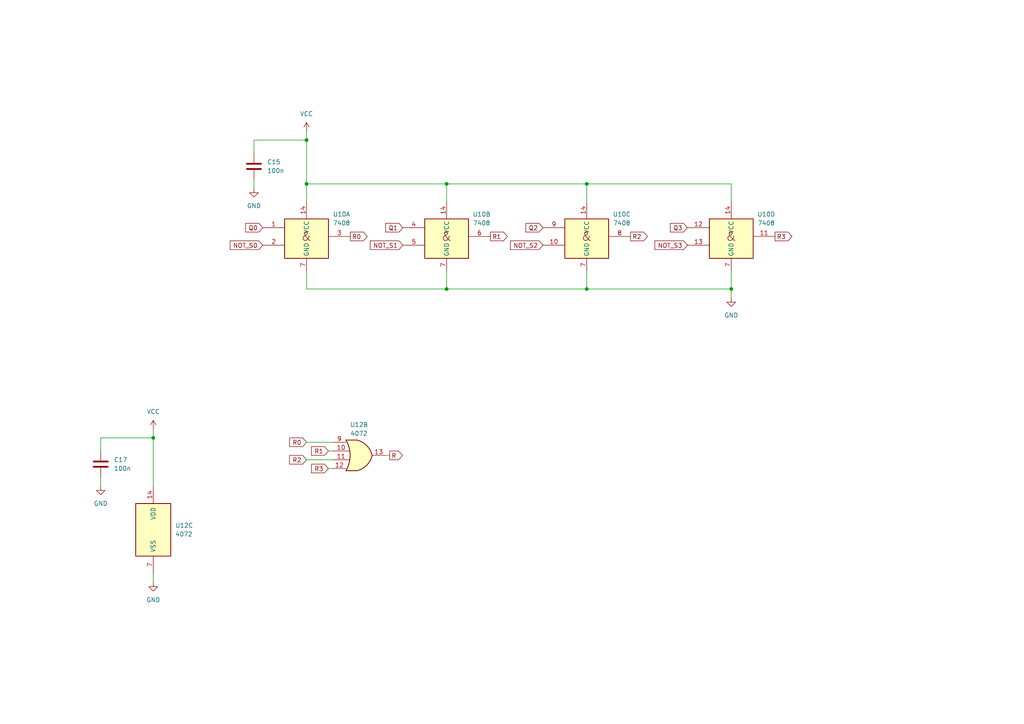
<source format=kicad_sch>
(kicad_sch (version 20250114) (generator "eeschema") (generator_version "9.0")
  (paper "A4")
  (title_block (title "PinCheck - 4 Pin Cable (LEMHAL)") (date "2025-08-27") (rev "Rev 1.0") (company "Igor Oliveira") (comment 1 "Continuity & Logic Test Circuit") (comment 2 "Decade Counter with pass/fail logic gates"))
  (lib_symbols
    (symbol "4xxx:4072" (pin_names (offset 1.016))
      (property "Reference" "U" (at 0 1.27 0))
      (property "Value" "4072" (at 0 -1.27 0))
      (symbol "4072_1_1"
        (arc (start -3.81 4.445) (mid -2.5908 0) (end -3.81 -4.445) (stroke (width 0.254)))
        (polyline (pts (xy -3.81 4.445) (xy -0.635 4.445)) (stroke (width 0.254)) (fill (type background)))
        (polyline (pts (xy -3.81 -4.445) (xy -0.635 -4.445)) (stroke (width 0.254)) (fill (type background)))
        (arc (start -0.6096 4.445) (mid 2.2198 2.8385) (end 3.81 0) (stroke (width 0.254)) (fill (type background)))
        (arc (start 3.81 0) (mid 2.224 -2.8428) (end -0.6096 -4.445) (stroke (width 0.254)) (fill (type background)))
        (polyline (pts (xy -0.635 4.445) (xy -3.81 4.445) (xy -3.81 4.445) (xy -3.6322 4.0894) (xy -3.0988 2.921) (xy -2.7686 1.6764) (xy -2.6162 0.4318) (xy -2.6416 -0.8636) (xy -2.8702 -2.1082) (xy -3.2512 -3.3274) (xy -3.81 -4.445) (xy -3.81 -4.445) (xy -0.635 -4.445)) (stroke (width -25.4)) (fill (type background)))
        (pin input line (at -7.62 3.81 0) (length 3.81) (name "~") (number "2"))
        (pin input line (at -7.62 1.27 0) (length 4.826) (name "~") (number "3"))
        (pin input line (at -7.62 -1.27 0) (length 4.826) (name "~") (number "4"))
        (pin input line (at -7.62 -3.81 0) (length 3.81) (name "~") (number "5"))
        (pin output line (at 7.62 0 180) (length 3.81) (name "~") (number "1"))
      )
      (symbol "4072_1_2"
        (arc (start -0.635 4.445) (mid 3.7907 0) (end -0.635 -4.445) (stroke (width 0.254)) (fill (type background)))
        (polyline (pts (xy -0.635 4.445) (xy -3.81 4.445) (xy -3.81 -4.445) (xy -0.635 -4.445)) (stroke (width 0.254)) (fill (type background)))
        (pin input inverted (at -7.62 3.81 0) (length 3.81) (name "~") (number "2"))
        (pin input inverted (at -7.62 1.27 0) (length 3.81) (name "~") (number "3"))
        (pin input inverted (at -7.62 -1.27 0) (length 3.81) (name "~") (number "4"))
        (pin input inverted (at -7.62 -3.81 0) (length 3.81) (name "~") (number "5"))
        (pin output inverted (at 7.62 0 180) (length 3.81) (name "~") (number "1"))
      )
      (symbol "4072_2_1"
        (arc (start -3.81 4.445) (mid -2.5908 0) (end -3.81 -4.445) (stroke (width 0.254)))
        (polyline (pts (xy -3.81 4.445) (xy -0.635 4.445)) (stroke (width 0.254)) (fill (type background)))
        (polyline (pts (xy -3.81 -4.445) (xy -0.635 -4.445)) (stroke (width 0.254)) (fill (type background)))
        (arc (start -0.6096 4.445) (mid 2.2198 2.8385) (end 3.81 0) (stroke (width 0.254)) (fill (type background)))
        (arc (start 3.81 0) (mid 2.224 -2.8428) (end -0.6096 -4.445) (stroke (width 0.254)) (fill (type background)))
        (polyline (pts (xy -0.635 4.445) (xy -3.81 4.445) (xy -3.81 4.445) (xy -3.6322 4.0894) (xy -3.0988 2.921) (xy -2.7686 1.6764) (xy -2.6162 0.4318) (xy -2.6416 -0.8636) (xy -2.8702 -2.1082) (xy -3.2512 -3.3274) (xy -3.81 -4.445) (xy -3.81 -4.445) (xy -0.635 -4.445)) (stroke (width -25.4)) (fill (type background)))
        (pin input line (at -7.62 3.81 0) (length 3.81) (name "~") (number "9"))
        (pin input line (at -7.62 1.27 0) (length 4.826) (name "~") (number "10"))
        (pin input line (at -7.62 -1.27 0) (length 4.826) (name "~") (number "11"))
        (pin input line (at -7.62 -3.81 0) (length 3.81) (name "~") (number "12"))
        (pin output line (at 7.62 0 180) (length 3.81) (name "~") (number "13"))
      )
      (symbol "4072_2_2"
        (arc (start -0.635 4.445) (mid 3.7907 0) (end -0.635 -4.445) (stroke (width 0.254)) (fill (type background)))
        (polyline (pts (xy -0.635 4.445) (xy -3.81 4.445) (xy -3.81 -4.445) (xy -0.635 -4.445)) (stroke (width 0.254)) (fill (type background)))
        (pin input inverted (at -7.62 3.81 0) (length 3.81) (name "~") (number "9"))
        (pin input inverted (at -7.62 1.27 0) (length 3.81) (name "~") (number "10"))
        (pin input inverted (at -7.62 -1.27 0) (length 3.81) (name "~") (number "11"))
        (pin input inverted (at -7.62 -3.81 0) (length 3.81) (name "~") (number "12"))
        (pin output inverted (at 7.62 0 180) (length 3.81) (name "~") (number "13"))
      )
      (symbol "4072_3_0"
        (pin power_in line (at 0 12.7 270) (length 5.08) (name "VDD") (number "14"))
        (pin power_in line (at 0 -12.7 90) (length 5.08) (name "VSS") (number "7"))
      )
      (symbol "4072_3_1"
        (rectangle (start -5.08 7.62) (end 5.08 -7.62) (stroke (width 0.254)) (fill (type background)))
      )
    )
    (symbol "74xx_IEEE:7408"
      (property "Reference" "U" (at 2.54 7.62 0))
      (property "Value" "7408" (at 3.81 -8.89 0))
      (symbol "7408_0_1"
        (rectangle (start -6.35 5.08) (end 6.35 -6.35) (stroke (width 0.254)) (fill (type background)))
        (text "&" (at 0 0 0) (effects (font (size 2.54 2.54))))
        (pin power_in line (at 0 10.16 270) (length 5.08) (name "VCC") (number "14"))
        (pin power_in line (at 0 -10.16 90) (length 3.81) (name "GND") (number "7"))
      )
      (symbol "7408_1_1"
        (pin input line (at -12.7 2.54 0) (length 6.35) (name "~") (number "1"))
        (pin input line (at -12.7 -2.54 0) (length 6.35) (name "~") (number "2"))
        (pin output line (at 12.7 0 180) (length 6.35) (name "~") (number "3"))
      )
      (symbol "7408_2_1"
        (pin input line (at -12.7 2.54 0) (length 6.35) (name "~") (number "4"))
        (pin input line (at -12.7 -2.54 0) (length 6.35) (name "~") (number "5"))
        (pin input line (at 12.7 0 180) (length 6.35) (name "~") (number "6"))
      )
      (symbol "7408_3_1"
        (pin input line (at -12.7 2.54 0) (length 6.35) (name "~") (number "9"))
        (pin input line (at -12.7 -2.54 0) (length 6.35) (name "~") (number "10"))
        (pin input line (at 12.7 0 180) (length 6.35) (name "~") (number "8"))
      )
      (symbol "7408_4_1"
        (pin input line (at -12.7 2.54 0) (length 6.35) (name "~") (number "12"))
        (pin input line (at -12.7 -2.54 0) (length 6.35) (name "~") (number "13"))
        (pin input line (at 12.7 0 180) (length 6.35) (name "~") (number "11"))
      )
    )
    (symbol "Device:C" (pin_numbers (hide yes)) (pin_names (offset 0.254))
      (property "Reference" "C" (at 0.635 2.54 0))
      (property "Value" "C" (at 0.635 -2.54 0))
      (symbol "C_0_1"
        (polyline (pts (xy -2.032 0.762) (xy 2.032 0.762)) (stroke (width 0.508)))
        (polyline (pts (xy -2.032 -0.762) (xy 2.032 -0.762)) (stroke (width 0.508)))
      )
      (symbol "C_1_1"
        (pin passive line (at 0 3.81 270) (length 2.794) (name "~") (number "1"))
        (pin passive line (at 0 -3.81 90) (length 2.794) (name "~") (number "2"))
      )
    )
    (symbol "power:GND" (power) (pin_numbers (hide yes)) (pin_names (offset 0) (hide yes))
      (property "Value" "GND" (at 0 -3.81 0))
      (symbol "GND_0_1"
        (polyline (pts (xy 0 0) (xy 0 -1.27) (xy 1.27 -1.27) (xy 0 -2.54) (xy -1.27 -1.27) (xy 0 -1.27)))
      )
      (symbol "GND_1_1"
        (pin power_in line (at 0 0 270) (length 0) (name "~") (number "1"))
      )
    )
    (symbol "power:VCC" (power) (pin_numbers (hide yes)) (pin_names (offset 0) (hide yes))
      (property "Value" "VCC" (at 0 3.556 0))
      (symbol "VCC_0_1"
        (polyline (pts (xy -0.762 1.27) (xy 0 2.54)))
        (polyline (pts (xy 0 2.54) (xy 0.762 1.27)))
        (polyline (pts (xy 0 0) (xy 0 2.54)))
      )
      (symbol "VCC_1_1"
        (pin power_in line (at 0 0 90) (length 0) (name "~") (number "1"))
      )
    )
  )
  (junction (at 129.54 53.34))
  (junction (at 212.09 83.82))
  (junction (at 170.18 53.34))
  (junction (at 88.9 40.64))
  (junction (at 129.54 83.82))
  (junction (at 44.45 127))
  (junction (at 170.18 83.82))
  (junction (at 88.9 53.34))
  (wire (pts (xy 129.54 53.34) (xy 129.54 58.42)))
  (wire (pts (xy 88.9 38.1) (xy 88.9 40.64)))
  (wire (pts (xy 29.21 140.97) (xy 29.21 138.43)))
  (wire (pts (xy 170.18 83.82) (xy 212.09 83.82)))
  (wire (pts (xy 170.18 53.34) (xy 212.09 53.34)))
  (wire (pts (xy 88.9 40.64) (xy 73.66 40.64)))
  (wire (pts (xy 88.9 53.34) (xy 129.54 53.34)))
  (wire (pts (xy 73.66 40.64) (xy 73.66 44.45)))
  (wire (pts (xy 170.18 78.74) (xy 170.18 83.82)))
  (wire (pts (xy 88.9 53.34) (xy 88.9 58.42)))
  (wire (pts (xy 29.21 127) (xy 29.21 130.81)))
  (wire (pts (xy 212.09 53.34) (xy 212.09 58.42)))
  (wire (pts (xy 44.45 166.37) (xy 44.45 168.91)))
  (wire (pts (xy 88.9 128.27) (xy 96.52 128.27)))
  (wire (pts (xy 73.66 54.61) (xy 73.66 52.07)))
  (wire (pts (xy 88.9 53.34) (xy 88.9 40.64)))
  (wire (pts (xy 95.25 135.89) (xy 96.52 135.89)))
  (wire (pts (xy 129.54 53.34) (xy 170.18 53.34)))
  (wire (pts (xy 212.09 78.74) (xy 212.09 83.82)))
  (wire (pts (xy 113.03 132.08) (xy 111.76 132.08)))
  (wire (pts (xy 212.09 86.36) (xy 212.09 83.82)))
  (wire (pts (xy 44.45 127) (xy 44.45 140.97)))
  (wire (pts (xy 88.9 83.82) (xy 129.54 83.82)))
  (wire (pts (xy 170.18 53.34) (xy 170.18 58.42)))
  (wire (pts (xy 88.9 78.74) (xy 88.9 83.82)))
  (wire (pts (xy 44.45 124.46) (xy 44.45 127)))
  (wire (pts (xy 129.54 83.82) (xy 170.18 83.82)))
  (wire (pts (xy 44.45 127) (xy 29.21 127)))
  (wire (pts (xy 88.9 133.35) (xy 96.52 133.35)))
  (wire (pts (xy 129.54 78.74) (xy 129.54 83.82)))
  (wire (pts (xy 95.25 130.81) (xy 96.52 130.81)))
  (global_label "R2" (shape output) (at 182.88 68.58 0) (property "Intersheetrefs" "${INTERSHEET_REFS}" (effects (hide yes))))
  (global_label "NOT_S0" (shape input) (at 76.2 71.12 180) (property "Intersheetrefs" "${INTERSHEET_REFS}" (effects (hide yes))))
  (global_label "R" (shape output) (at 113.03 132.08 0) (property "Intersheetrefs" "${INTERSHEET_REFS}" (effects (hide yes))))
  (global_label "R3" (shape input) (at 95.25 135.89 180) (property "Intersheetrefs" "${INTERSHEET_REFS}" (effects (hide yes))))
  (global_label "R1" (shape output) (at 142.24 68.58 0) (property "Intersheetrefs" "${INTERSHEET_REFS}" (effects (hide yes))))
  (global_label "R0" (shape output) (at 101.6 68.58 0) (property "Intersheetrefs" "${INTERSHEET_REFS}" (effects (hide yes))))
  (global_label "NOT_S3" (shape input) (at 199.39 71.12 180) (property "Intersheetrefs" "${INTERSHEET_REFS}" (effects (hide yes))))
  (global_label "Q2" (shape input) (at 157.48 66.04 180) (property "Intersheetrefs" "${INTERSHEET_REFS}" (effects (hide yes))))
  (global_label "NOT_S1" (shape input) (at 116.84 71.12 180) (property "Intersheetrefs" "${INTERSHEET_REFS}" (effects (hide yes))))
  (global_label "Q0" (shape input) (at 76.2 66.04 180) (property "Intersheetrefs" "${INTERSHEET_REFS}" (effects (hide yes))))
  (global_label "Q1" (shape input) (at 116.84 66.04 180) (property "Intersheetrefs" "${INTERSHEET_REFS}" (effects (hide yes))))
  (global_label "Q3" (shape input) (at 199.39 66.04 180) (property "Intersheetrefs" "${INTERSHEET_REFS}" (effects (hide yes))))
  (global_label "R2" (shape input) (at 88.9 133.35 180) (property "Intersheetrefs" "${INTERSHEET_REFS}" (effects (hide yes))))
  (global_label "R3" (shape output) (at 224.79 68.58 0) (property "Intersheetrefs" "${INTERSHEET_REFS}" (effects (hide yes))))
  (global_label "NOT_S2" (shape input) (at 157.48 71.12 180) (property "Intersheetrefs" "${INTERSHEET_REFS}" (effects (hide yes))))
  (global_label "R0" (shape input) (at 88.9 128.27 180) (property "Intersheetrefs" "${INTERSHEET_REFS}" (effects (hide yes))))
  (global_label "R1" (shape input) (at 95.25 130.81 180) (property "Intersheetrefs" "${INTERSHEET_REFS}" (effects (hide yes))))
  (symbol (lib_id "74xx_IEEE:7408") (at 88.9 68.58 0) (unit 1)
    (property "Reference" "U10" (at 99.06 62.1598 0))
    (property "Value" "7408" (at 99.06 64.6998 0))
    (property "Footprint" "Package_SO:SOIC-14_3.9x8.7mm_P1.27mm" (effects (hide yes)))
  )
  (symbol (lib_id "74xx_IEEE:7408") (at 212.09 68.58 0) (unit 4)
    (property "Reference" "U10" (at 222.25 62.1598 0))
    (property "Value" "7408" (at 222.25 64.6998 0))
    (property "Footprint" "Package_SO:SOIC-14_3.9x8.7mm_P1.27mm" (effects (hide yes)))
  )
  (symbol (lib_id "74xx_IEEE:7408") (at 129.54 68.58 0) (unit 2)
    (property "Reference" "U10" (at 139.7 62.1598 0))
    (property "Value" "7408" (at 139.7 64.6998 0))
    (property "Footprint" "Package_SO:SOIC-14_3.9x8.7mm_P1.27mm" (effects (hide yes)))
  )
  (symbol (lib_id "power:GND") (at 73.66 54.61 0) (unit 1)
    (property "Reference" "#PWR048" (effects (hide yes)))
    (property "Value" "GND" (at 73.66 59.69 0))
    (property "Description" "Power symbol creates a global label with name \"GND\" , ground" (effects (hide yes)))
  )
  (symbol (lib_id "power:GND") (at 44.45 168.91 0) (unit 1)
    (property "Reference" "#PWR056" (effects (hide yes)))
    (property "Value" "GND" (at 44.45 173.99 0))
    (property "Description" "Power symbol creates a global label with name \"GND\" , ground" (effects (hide yes)))
  )
  (symbol (lib_id "power:GND") (at 29.21 140.97 0) (unit 1)
    (property "Reference" "#PWR054" (effects (hide yes)))
    (property "Value" "GND" (at 29.21 146.05 0))
    (property "Description" "Power symbol creates a global label with name \"GND\" , ground" (effects (hide yes)))
  )
  (symbol (lib_id "Device:C") (at 29.21 134.62 0) (unit 1)
    (property "Reference" "C17" (at 33.02 133.3499 0) (effects (justify left)))
    (property "Value" "100n" (at 33.02 135.8899 0) (effects (justify left)))
    (property "Footprint" "Capacitor_SMD:C_0805_2012Metric" (effects (hide yes)))
    (property "Description" "Unpolarized capacitor" (effects (hide yes)))
  )
  (symbol (lib_id "4xxx:4072") (at 44.45 153.67 0) (unit 3)
    (property "Reference" "U12" (at 50.8 152.3999 0) (effects (justify left)))
    (property "Value" "4072" (at 50.8 154.9399 0) (effects (justify left)))
    (property "Datasheet" "http://www.intersil.com/content/dam/Intersil/documents/cd40/cd4071bms-72bms-75bms.pdf" (effects (hide yes)))
    (property "Description" "Dual 4 input OR gate" (effects (hide yes)))
  )
  (symbol (lib_id "power:VCC") (at 88.9 38.1 0) (unit 1)
    (property "Reference" "#PWR050" (effects (hide yes)))
    (property "Value" "VCC" (at 88.9 33.02 0))
    (property "Description" "Power symbol creates a global label with name \"VCC\"" (effects (hide yes)))
  )
  (symbol (lib_id "power:VCC") (at 44.45 124.46 0) (unit 1)
    (property "Reference" "#PWR055" (effects (hide yes)))
    (property "Value" "VCC" (at 44.45 119.38 0))
    (property "Description" "Power symbol creates a global label with name \"VCC\"" (effects (hide yes)))
  )
  (symbol (lib_id "4xxx:4072") (at 104.14 132.08 0) (unit 2)
    (property "Reference" "U12" (at 104.14 123.19 0))
    (property "Value" "4072" (at 104.14 125.73 0))
    (property "Datasheet" "http://www.intersil.com/content/dam/Intersil/documents/cd40/cd4071bms-72bms-75bms.pdf" (effects (hide yes)))
    (property "Description" "Dual 4 input OR gate" (effects (hide yes)))
  )
  (symbol (lib_id "74xx_IEEE:7408") (at 170.18 68.58 0) (unit 3)
    (property "Reference" "U10" (at 180.34 62.1598 0))
    (property "Value" "7408" (at 180.34 64.6998 0))
    (property "Footprint" "Package_SO:SOIC-14_3.9x8.7mm_P1.27mm" (effects (hide yes)))
  )
  (symbol (lib_id "power:GND") (at 212.09 86.36 0) (unit 1)
    (property "Reference" "#PWR052" (effects (hide yes)))
    (property "Value" "GND" (at 212.09 91.44 0))
    (property "Description" "Power symbol creates a global label with name \"GND\" , ground" (effects (hide yes)))
  )
  (symbol (lib_id "Device:C") (at 73.66 48.26 0) (unit 1)
    (property "Reference" "C15" (at 77.47 46.9899 0) (effects (justify left)))
    (property "Value" "100n" (at 77.47 49.5299 0) (effects (justify left)))
    (property "Footprint" "Capacitor_SMD:C_0805_2012Metric" (effects (hide yes)))
    (property "Description" "Unpolarized capacitor" (effects (hide yes)))
  )
)
</source>
